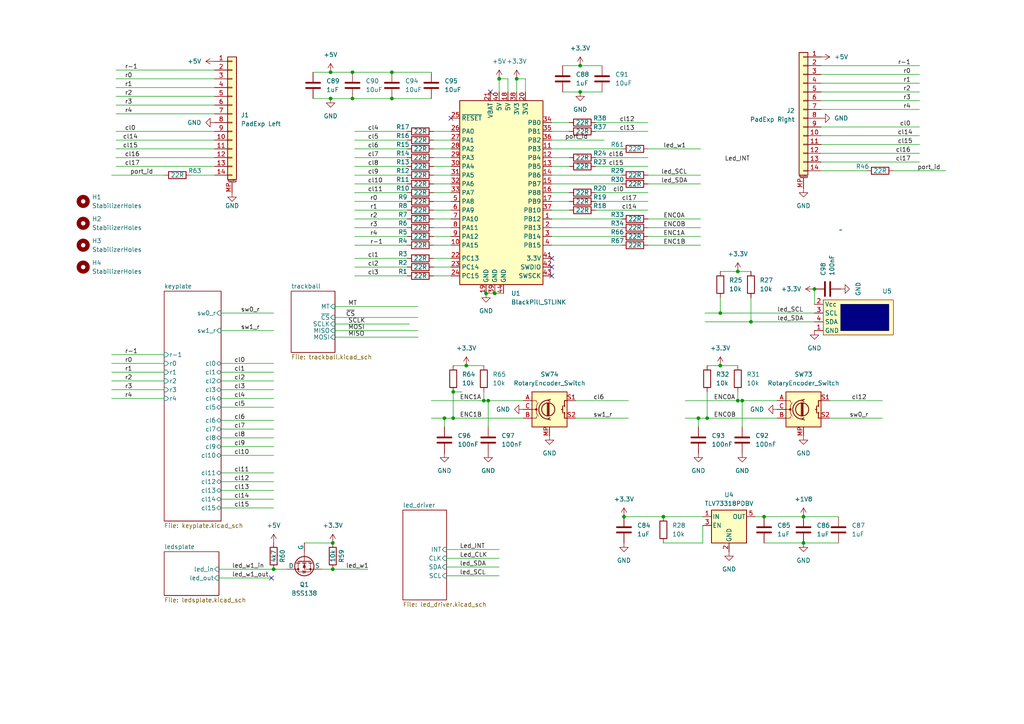
<source format=kicad_sch>
(kicad_sch (version 20230121) (generator eeschema)
  (paper "A4")
  (title_block (date "2023-08-15") (rev "0") (company "IsoKey - asterix24@gmail.com"))
  (lib_symbols
    (symbol "Connector_Generic_MountingPin:Conn_01x14_MountingPin" (pin_names (offset 1.016) hide)
      (property "Reference" "J" (at 0 17.78 0))
      (property "Value" "Conn_01x14_MountingPin" (at 1.27 -20.32 0))
      (symbol "Conn_01x14_MountingPin_1_1"
        (text "Mounting" (at 0 -19.431 0) (effects (font (size 0.381 0.381))))
        (pin passive line (at -5.08 15.24 0) (length 3.81) (name "Pin_1") (number "1"))
        (pin passive line (at -5.08 -7.62 0) (length 3.81) (name "Pin_10") (number "10"))
        (pin passive line (at -5.08 -10.16 0) (length 3.81) (name "Pin_11") (number "11"))
        (pin passive line (at -5.08 -12.7 0) (length 3.81) (name "Pin_12") (number "12"))
        (pin passive line (at -5.08 -15.24 0) (length 3.81) (name "Pin_13") (number "13"))
        (pin passive line (at -5.08 -17.78 0) (length 3.81) (name "Pin_14") (number "14"))
        (pin passive line (at -5.08 12.7 0) (length 3.81) (name "Pin_2") (number "2"))
        (pin passive line (at -5.08 10.16 0) (length 3.81) (name "Pin_3") (number "3"))
        (pin passive line (at -5.08 7.62 0) (length 3.81) (name "Pin_4") (number "4"))
        (pin passive line (at -5.08 5.08 0) (length 3.81) (name "Pin_5") (number "5"))
        (pin passive line (at -5.08 2.54 0) (length 3.81) (name "Pin_6") (number "6"))
        (pin passive line (at -5.08 0 0) (length 3.81) (name "Pin_7") (number "7"))
        (pin passive line (at -5.08 -2.54 0) (length 3.81) (name "Pin_8") (number "8"))
        (pin passive line (at -5.08 -5.08 0) (length 3.81) (name "Pin_9") (number "9"))
        (pin passive line (at 0 -22.86 90) (length 3.048) (name "MountPin") (number "MP"))
      )
    )
    (symbol "Device:C" (pin_numbers hide) (pin_names (offset 0.254))
      (property "Reference" "C" (at 0.635 2.54 0))
      (property "Value" "C" (at 0.635 -2.54 0))
      (symbol "C_1_1"
        (pin passive line (at 0 3.81 270) (length 2.794) (name "~") (number "1"))
        (pin passive line (at 0 -3.81 90) (length 2.794) (name "~") (number "2"))
      )
    )
    (symbol "Device:R" (pin_numbers hide) (pin_names (offset 0))
      (property "Reference" "R" (at 2.032 0 90))
      (property "Value" "R" (at 0 0 90))
      (symbol "R_1_1"
        (pin passive line (at 0 3.81 270) (length 1.27) (name "~") (number "1"))
        (pin passive line (at 0 -3.81 90) (length 1.27) (name "~") (number "2"))
      )
    )
    (symbol "Device:RotaryEncoder_Switch" (pin_names (offset 0.254) hide)
      (property "Reference" "SW" (at 0 6.604 0))
      (property "Value" "RotaryEncoder_Switch" (at 3.81 8.89 0))
      (symbol "RotaryEncoder_Switch_1_1"
        (pin passive line (at -7.62 2.54 0) (length 2.54) (name "A") (number "A"))
        (pin passive line (at -7.62 -2.54 0) (length 2.54) (name "B") (number "B"))
        (pin passive line (at -7.62 0 0) (length 2.54) (name "C") (number "C"))
        (pin passive line (at 0 -7.62 90) (length 2.54) (name "MP") (number "MP"))
        (pin passive line (at 7.62 2.54 180) (length 2.54) (name "S1") (number "S1"))
        (pin passive line (at 7.62 -2.54 180) (length 2.54) (name "S2") (number "S2"))
      )
    )
    (symbol "Display_Graphic:OLED_Display_128x32_SSD1306_i2c"
      (property "Reference" "U" (at -10.16 6.35 0))
      (symbol "OLED_Display_128x32_SSD1306_i2c_1_1"
        (pin input line (at -12.7 -3.81 0) (length 2.54) (name "GND") (number "1"))
        (pin input line (at -12.7 3.81 0) (length 2.54) (name "Vcc") (number "2"))
        (pin input line (at -12.7 1.27 0) (length 2.54) (name "SCL") (number "3"))
        (pin input line (at -12.7 -1.27 0) (length 2.54) (name "SDA") (number "4"))
      )
    )
    (symbol "Mechanical:MountingHole" (pin_names (offset 1.016))
      (property "Reference" "H" (at 0 5.08 0))
      (property "Value" "MountingHole" (at 0 3.175 0))
    )
    (symbol "Regulator_Linear:TLV73318PDBV" (pin_names (offset 0.254))
      (property "Reference" "U" (at -3.81 5.715 0))
      (property "Value" "TLV73318PDBV" (at 0 5.715 0))
      (symbol "TLV73318PDBV_1_1"
        (pin power_in line (at -7.62 2.54 0) (length 2.54) (name "IN") (number "1"))
        (pin power_in line (at 0 -7.62 90) (length 2.54) (name "GND") (number "2"))
        (pin input line (at -7.62 0 0) (length 2.54) (name "EN") (number "3"))
        (pin no_connect line (at 5.08 0 180) (length 2.54) hide (name "NC") (number "4"))
        (pin power_out line (at 7.62 2.54 180) (length 2.54) (name "OUT") (number "5"))
      )
    )
    (symbol "Simulation_SPICE:NMOS" (pin_numbers hide) (pin_names (offset 0))
      (property "Reference" "Q" (at 5.08 1.27 0))
      (property "Value" "NMOS" (at 5.08 -1.27 0))
      (symbol "NMOS_1_1"
        (pin passive line (at 2.54 5.08 270) (length 2.54) (name "D") (number "1"))
        (pin input line (at -5.08 0 0) (length 2.54) (name "G") (number "2"))
        (pin passive line (at 2.54 -5.08 90) (length 2.54) (name "S") (number "3"))
      )
    )
    (symbol "blackpill_stlink:BlackPill_STLINK"
      (property "Reference" "U6" (at 4.5594 -27.5495 0))
      (property "Value" "BlackPill_STLINK" (at 4.5594 -30.3246 0))
      (symbol "BlackPill_STLINK_1_1"
        (pin bidirectional line (at 16.51 -6.35 180) (length 2.54) (name "PB12") (number "1"))
        (pin bidirectional line (at -12.7 -13.97 0) (length 2.54) (name "PA15") (number "10"))
        (pin bidirectional line (at 16.51 13.97 180) (length 2.54) (name "PB3") (number "11"))
        (pin bidirectional line (at 16.51 11.43 180) (length 2.54) (name "PB4") (number "12"))
        (pin bidirectional line (at 16.51 8.89 180) (length 2.54) (name "PB5") (number "13"))
        (pin bidirectional line (at 16.51 6.35 180) (length 2.54) (name "PB6") (number "14"))
        (pin bidirectional line (at 16.51 3.81 180) (length 2.54) (name "PB7") (number "15"))
        (pin bidirectional line (at 16.51 1.27 180) (length 2.54) (name "PB8") (number "16"))
        (pin bidirectional line (at 16.51 -1.27 180) (length 2.54) (name "PB9") (number "17"))
        (pin power_in line (at 3.81 30.48 270) (length 2.54) (name "5V") (number "18"))
        (pin power_in line (at -2.54 -27.94 90) (length 2.54) (name "GND") (number "19"))
        (pin bidirectional line (at 16.51 -8.89 180) (length 2.54) (name "PB13") (number "2"))
        (pin power_out line (at 8.89 30.48 270) (length 2.54) (name "3V3") (number "20"))
        (pin power_in line (at -1.27 30.48 270) (length 2.54) (name "VBAT") (number "21"))
        (pin bidirectional line (at -12.7 -17.78 0) (length 2.54) (name "PC13") (number "22"))
        (pin bidirectional line (at -12.7 -20.32 0) (length 2.54) (name "PC14") (number "23"))
        (pin bidirectional line (at -12.7 -22.86 0) (length 2.54) (name "PC15") (number "24"))
        (pin input line (at -12.7 22.86 0) (length 2.54) (name "~{RESET}") (number "25"))
        (pin bidirectional line (at -12.7 19.05 0) (length 2.54) (name "PA0") (number "26"))
        (pin bidirectional line (at -12.7 16.51 0) (length 2.54) (name "PA1") (number "27"))
        (pin bidirectional line (at -12.7 13.97 0) (length 2.54) (name "PA2") (number "28"))
        (pin bidirectional line (at -12.7 11.43 0) (length 2.54) (name "PA3") (number "29"))
        (pin bidirectional line (at 16.51 -11.43 180) (length 2.54) (name "PB14") (number "3"))
        (pin bidirectional line (at -12.7 8.89 0) (length 2.54) (name "PA4") (number "30"))
        (pin bidirectional line (at -12.7 6.35 0) (length 2.54) (name "PA5") (number "31"))
        (pin bidirectional line (at -12.7 3.81 0) (length 2.54) (name "PA6") (number "32"))
        (pin bidirectional line (at -12.7 1.27 0) (length 2.54) (name "PA7") (number "33"))
        (pin bidirectional line (at 16.51 21.59 180) (length 2.54) (name "PB0") (number "34"))
        (pin bidirectional line (at 16.51 19.05 180) (length 2.54) (name "PB1") (number "35"))
        (pin bidirectional line (at 16.51 16.51 180) (length 2.54) (name "PB2") (number "36"))
        (pin bidirectional line (at 16.51 -3.81 180) (length 2.54) (name "PB10") (number "37"))
        (pin power_out line (at 6.35 30.48 270) (length 2.54) (name "3V3") (number "38"))
        (pin power_in line (at 0 -27.94 90) (length 2.54) (name "GND") (number "39"))
        (pin bidirectional line (at 16.51 -13.97 180) (length 2.54) (name "PB15") (number "4"))
        (pin passive line (at 1.27 30.48 270) (length 2.54) (name "5V") (number "40"))
        (pin power_out line (at 16.51 -17.78 180) (length 2.54) (name "3.3V") (number "41"))
        (pin bidirectional line (at 16.51 -20.32 180) (length 2.54) (name "SWDIO") (number "42"))
        (pin bidirectional line (at 16.51 -22.86 180) (length 2.54) (name "SWSCK") (number "43"))
        (pin power_in line (at 2.54 -27.94 90) (length 2.54) (name "GND") (number "44"))
        (pin bidirectional line (at -12.7 -1.27 0) (length 2.54) (name "PA8") (number "5"))
        (pin bidirectional line (at -12.7 -3.81 0) (length 2.54) (name "PA9") (number "6"))
        (pin bidirectional line (at -12.7 -6.35 0) (length 2.54) (name "PA10") (number "7"))
        (pin bidirectional line (at -12.7 -8.89 0) (length 2.54) (name "PA11") (number "8"))
        (pin bidirectional line (at -12.7 -11.43 0) (length 2.54) (name "PA12") (number "9"))
      )
    )
    (symbol "power:+1V8" (power) (pin_names (offset 0))
      (property "Value" "+1V8" (at 0 3.556 0))
      (symbol "+1V8_1_1"
        (pin power_in line (at 0 0 90) (length 0) hide (name "+1V8") (number "1"))
      )
    )
    (symbol "power:+3.3V" (power) (pin_names (offset 0))
      (property "Value" "+3.3V" (at 0 3.556 0))
      (symbol "+3.3V_1_1"
        (pin power_in line (at 0 0 90) (length 0) hide (name "+3.3V") (number "1"))
      )
    )
    (symbol "power:+5V" (power) (pin_names (offset 0))
      (property "Value" "+5V" (at 0 3.556 0))
      (symbol "+5V_1_1"
        (pin power_in line (at 0 0 90) (length 0) hide (name "+5V") (number "1"))
      )
    )
    (symbol "power:GND" (power) (pin_names (offset 0))
      (property "Value" "GND" (at 0 -3.81 0))
      (symbol "GND_1_1"
        (pin power_in line (at 0 0 270) (length 0) hide (name "GND") (number "1"))
      )
    )
  )
  (junction (at 202.565 121.285))
  (junction (at 208.915 90.805))
  (junction (at 96.52 165.1))
  (junction (at 236.22 83.82))
  (junction (at 128.905 121.285))
  (junction (at 131.445 113.665))
  (junction (at 144.78 22.86))
  (junction (at 131.445 121.285))
  (junction (at 180.975 149.86))
  (junction (at 96.52 157.48))
  (junction (at 140.97 85.09))
  (junction (at 143.51 85.09))
  (junction (at 233.045 157.48))
  (junction (at 217.805 93.345))
  (junction (at 168.275 19.05))
  (junction (at 113.665 28.575))
  (junction (at 205.105 121.285))
  (junction (at 140.335 116.205))
  (junction (at 95.885 20.955))
  (junction (at 113.665 20.955))
  (junction (at 102.235 28.575))
  (junction (at 79.375 165.1))
  (junction (at 141.605 116.205))
  (junction (at 192.405 149.86))
  (junction (at 213.995 116.205))
  (junction (at 215.265 116.205))
  (junction (at 95.885 28.575))
  (junction (at 213.995 78.74))
  (junction (at 149.86 22.86))
  (junction (at 168.275 26.67))
  (junction (at 221.615 149.86))
  (junction (at 135.255 106.045))
  (junction (at 102.235 20.955))
  (junction (at 208.915 106.045))
  (junction (at 233.045 149.86))
  (no_connect (at 160.02 80.01))
  (no_connect (at 160.02 74.93))
  (no_connect (at 142.24 26.67))
  (no_connect (at 78.74 167.64))
  (no_connect (at 160.02 77.47))
  (no_connect (at 130.81 34.29))
  (wire (pts (xy 172.72 45.72) (xy 187.96 45.72)))
  (wire (pts (xy 215.265 116.205) (xy 225.425 116.205)))
  (wire (pts (xy 64.135 139.7) (xy 79.375 139.7)))
  (wire (pts (xy 160.02 43.18) (xy 180.34 43.18)))
  (wire (pts (xy 141.605 116.205) (xy 141.605 123.825)))
  (wire (pts (xy 125.73 74.93) (xy 130.81 74.93)))
  (wire (pts (xy 128.905 121.285) (xy 131.445 121.285)))
  (wire (pts (xy 64.135 110.49) (xy 79.375 110.49)))
  (wire (pts (xy 102.87 40.64) (xy 118.11 40.64)))
  (wire (pts (xy 160.02 68.58) (xy 180.34 68.58)))
  (wire (pts (xy 64.135 95.885) (xy 79.375 95.885)))
  (wire (pts (xy 102.87 43.18) (xy 118.11 43.18)))
  (wire (pts (xy 238.125 39.37) (xy 266.7 39.37)))
  (wire (pts (xy 125.095 116.205) (xy 140.335 116.205)))
  (wire (pts (xy 55.245 50.8) (xy 62.23 50.8)))
  (wire (pts (xy 33.655 27.94) (xy 62.23 27.94)))
  (wire (pts (xy 238.125 24.13) (xy 266.7 24.13)))
  (wire (pts (xy 64.135 105.41) (xy 79.375 105.41)))
  (wire (pts (xy 187.96 53.34) (xy 203.2 53.34)))
  (wire (pts (xy 160.02 66.04) (xy 180.34 66.04)))
  (wire (pts (xy 125.73 48.26) (xy 130.81 48.26)))
  (wire (pts (xy 97.155 95.885) (xy 121.285 95.885)))
  (wire (pts (xy 172.72 48.26) (xy 187.96 48.26)))
  (wire (pts (xy 32.385 107.95) (xy 47.625 107.95)))
  (wire (pts (xy 144.78 26.67) (xy 144.78 22.86)))
  (wire (pts (xy 102.87 71.12) (xy 118.11 71.12)))
  (wire (pts (xy 198.755 121.285) (xy 202.565 121.285)))
  (wire (pts (xy 33.655 48.26) (xy 62.23 48.26)))
  (wire (pts (xy 33.655 20.32) (xy 62.23 20.32)))
  (wire (pts (xy 187.96 50.8) (xy 203.2 50.8)))
  (wire (pts (xy 131.445 106.045) (xy 135.255 106.045)))
  (wire (pts (xy 97.155 97.79) (xy 121.285 97.79)))
  (wire (pts (xy 125.73 71.12) (xy 130.81 71.12)))
  (wire (pts (xy 102.87 80.01) (xy 118.11 80.01)))
  (wire (pts (xy 172.72 60.96) (xy 187.96 60.96)))
  (wire (pts (xy 172.72 58.42) (xy 187.96 58.42)))
  (wire (pts (xy 131.445 113.665) (xy 131.445 121.285)))
  (wire (pts (xy 97.155 93.98) (xy 118.745 93.98)))
  (wire (pts (xy 240.665 116.205) (xy 255.905 116.205)))
  (wire (pts (xy 168.275 26.67) (xy 174.625 26.67)))
  (wire (pts (xy 102.87 48.26) (xy 118.11 48.26)))
  (wire (pts (xy 102.235 20.955) (xy 113.665 20.955)))
  (wire (pts (xy 64.135 144.78) (xy 79.375 144.78)))
  (wire (pts (xy 238.125 21.59) (xy 266.7 21.59)))
  (wire (pts (xy 63.5 167.64) (xy 78.74 167.64)))
  (wire (pts (xy 97.155 88.9) (xy 121.285 88.9)))
  (wire (pts (xy 274.32 49.53) (xy 259.08 49.53)))
  (wire (pts (xy 165.1 60.96) (xy 160.02 60.96)))
  (wire (pts (xy 63.5 165.1) (xy 79.375 165.1)))
  (wire (pts (xy 96.52 165.1) (xy 93.345 165.1)))
  (wire (pts (xy 149.86 22.86) (xy 149.86 26.67)))
  (wire (pts (xy 129.54 167.005) (xy 144.78 167.005)))
  (wire (pts (xy 208.915 106.045) (xy 213.995 106.045)))
  (wire (pts (xy 240.665 121.285) (xy 255.905 121.285)))
  (wire (pts (xy 160.02 71.12) (xy 180.34 71.12)))
  (wire (pts (xy 167.005 116.205) (xy 182.245 116.205)))
  (wire (pts (xy 160.02 40.64) (xy 175.26 40.64)))
  (wire (pts (xy 180.975 149.86) (xy 192.405 149.86)))
  (wire (pts (xy 172.72 35.56) (xy 187.96 35.56)))
  (wire (pts (xy 33.655 40.64) (xy 62.23 40.64)))
  (wire (pts (xy 205.105 121.285) (xy 225.425 121.285)))
  (wire (pts (xy 33.655 33.02) (xy 62.23 33.02)))
  (wire (pts (xy 96.52 157.48) (xy 88.265 157.48)))
  (wire (pts (xy 83.185 165.1) (xy 79.375 165.1)))
  (wire (pts (xy 208.915 86.36) (xy 208.915 90.805)))
  (wire (pts (xy 102.87 50.8) (xy 118.11 50.8)))
  (wire (pts (xy 125.73 45.72) (xy 130.81 45.72)))
  (wire (pts (xy 102.235 28.575) (xy 113.665 28.575)))
  (wire (pts (xy 238.125 19.05) (xy 266.7 19.05)))
  (wire (pts (xy 217.805 93.345) (xy 236.22 93.345)))
  (wire (pts (xy 165.1 55.88) (xy 160.02 55.88)))
  (wire (pts (xy 238.125 29.21) (xy 266.7 29.21)))
  (wire (pts (xy 125.73 40.64) (xy 130.81 40.64)))
  (wire (pts (xy 135.255 106.045) (xy 140.335 106.045)))
  (wire (pts (xy 102.87 60.96) (xy 118.11 60.96)))
  (wire (pts (xy 102.87 74.93) (xy 118.11 74.93)))
  (wire (pts (xy 33.655 45.72) (xy 62.23 45.72)))
  (wire (pts (xy 213.995 113.665) (xy 213.995 116.205)))
  (wire (pts (xy 217.805 86.36) (xy 217.805 93.345)))
  (wire (pts (xy 238.125 49.53) (xy 251.46 49.53)))
  (wire (pts (xy 90.805 20.955) (xy 95.885 20.955)))
  (wire (pts (xy 33.655 38.1) (xy 62.23 38.1)))
  (wire (pts (xy 147.32 22.86) (xy 147.32 26.67)))
  (wire (pts (xy 125.095 121.285) (xy 128.905 121.285)))
  (wire (pts (xy 221.615 157.48) (xy 233.045 157.48)))
  (wire (pts (xy 140.335 113.665) (xy 140.335 116.205)))
  (wire (pts (xy 204.47 90.805) (xy 208.915 90.805)))
  (wire (pts (xy 64.135 129.54) (xy 79.375 129.54)))
  (wire (pts (xy 187.96 43.18) (xy 203.2 43.18)))
  (wire (pts (xy 125.73 53.34) (xy 130.81 53.34)))
  (wire (pts (xy 125.73 66.04) (xy 130.81 66.04)))
  (wire (pts (xy 238.125 46.99) (xy 266.7 46.99)))
  (wire (pts (xy 238.125 44.45) (xy 266.7 44.45)))
  (wire (pts (xy 64.135 113.03) (xy 79.375 113.03)))
  (wire (pts (xy 33.655 25.4) (xy 62.23 25.4)))
  (wire (pts (xy 129.54 159.385) (xy 144.78 159.385)))
  (wire (pts (xy 141.605 116.205) (xy 151.765 116.205)))
  (wire (pts (xy 102.87 53.34) (xy 118.11 53.34)))
  (wire (pts (xy 32.385 115.57) (xy 47.625 115.57)))
  (wire (pts (xy 64.135 118.11) (xy 79.375 118.11)))
  (wire (pts (xy 152.4 22.86) (xy 152.4 26.67)))
  (wire (pts (xy 203.835 152.4) (xy 203.835 157.48)))
  (wire (pts (xy 160.02 63.5) (xy 180.34 63.5)))
  (wire (pts (xy 172.72 38.1) (xy 187.96 38.1)))
  (wire (pts (xy 32.385 50.8) (xy 47.625 50.8)))
  (wire (pts (xy 163.195 26.67) (xy 168.275 26.67)))
  (wire (pts (xy 165.1 45.72) (xy 160.02 45.72)))
  (wire (pts (xy 95.885 28.575) (xy 102.235 28.575)))
  (wire (pts (xy 33.655 30.48) (xy 62.23 30.48)))
  (wire (pts (xy 204.47 93.345) (xy 217.805 93.345)))
  (wire (pts (xy 90.805 28.575) (xy 95.885 28.575)))
  (wire (pts (xy 125.73 55.88) (xy 130.81 55.88)))
  (wire (pts (xy 32.385 110.49) (xy 47.625 110.49)))
  (wire (pts (xy 125.73 77.47) (xy 130.81 77.47)))
  (wire (pts (xy 102.87 77.47) (xy 118.11 77.47)))
  (wire (pts (xy 140.97 85.09) (xy 143.51 85.09)))
  (wire (pts (xy 198.755 116.205) (xy 213.995 116.205)))
  (wire (pts (xy 140.335 116.205) (xy 141.605 116.205)))
  (wire (pts (xy 213.995 78.74) (xy 217.805 78.74)))
  (wire (pts (xy 187.96 63.5) (xy 203.2 63.5)))
  (wire (pts (xy 219.075 149.86) (xy 221.615 149.86)))
  (wire (pts (xy 128.905 121.285) (xy 128.905 123.825)))
  (wire (pts (xy 125.73 43.18) (xy 130.81 43.18)))
  (wire (pts (xy 238.125 31.75) (xy 266.7 31.75)))
  (wire (pts (xy 165.1 48.26) (xy 160.02 48.26)))
  (wire (pts (xy 102.87 68.58) (xy 118.11 68.58)))
  (wire (pts (xy 125.73 60.96) (xy 130.81 60.96)))
  (wire (pts (xy 95.885 20.955) (xy 102.235 20.955)))
  (wire (pts (xy 208.915 78.74) (xy 213.995 78.74)))
  (wire (pts (xy 32.385 102.87) (xy 47.625 102.87)))
  (wire (pts (xy 118.11 58.42) (xy 102.87 58.42)))
  (wire (pts (xy 129.54 161.925) (xy 144.78 161.925)))
  (wire (pts (xy 125.73 63.5) (xy 130.81 63.5)))
  (wire (pts (xy 187.96 68.58) (xy 203.2 68.58)))
  (wire (pts (xy 32.385 105.41) (xy 47.625 105.41)))
  (wire (pts (xy 165.1 58.42) (xy 160.02 58.42)))
  (wire (pts (xy 125.73 58.42) (xy 130.81 58.42)))
  (wire (pts (xy 113.665 20.955) (xy 125.095 20.955)))
  (wire (pts (xy 202.565 121.285) (xy 205.105 121.285)))
  (wire (pts (xy 238.125 26.67) (xy 266.7 26.67)))
  (wire (pts (xy 64.135 107.95) (xy 79.375 107.95)))
  (wire (pts (xy 205.105 113.665) (xy 205.105 121.285)))
  (wire (pts (xy 102.87 63.5) (xy 118.11 63.5)))
  (wire (pts (xy 64.135 137.16) (xy 79.375 137.16)))
  (wire (pts (xy 165.1 38.1) (xy 160.02 38.1)))
  (wire (pts (xy 203.835 157.48) (xy 192.405 157.48)))
  (wire (pts (xy 106.68 165.1) (xy 96.52 165.1)))
  (wire (pts (xy 167.005 121.285) (xy 182.245 121.285)))
  (wire (pts (xy 149.86 22.86) (xy 152.4 22.86)))
  (wire (pts (xy 168.275 19.05) (xy 174.625 19.05)))
  (wire (pts (xy 192.405 149.86) (xy 203.835 149.86)))
  (wire (pts (xy 143.51 85.09) (xy 146.05 85.09)))
  (wire (pts (xy 64.135 147.32) (xy 79.375 147.32)))
  (wire (pts (xy 33.655 43.18) (xy 62.23 43.18)))
  (wire (pts (xy 187.96 66.04) (xy 203.2 66.04)))
  (wire (pts (xy 163.195 19.05) (xy 168.275 19.05)))
  (wire (pts (xy 131.445 113.665) (xy 133.985 113.665)))
  (wire (pts (xy 131.445 121.285) (xy 151.765 121.285)))
  (wire (pts (xy 125.73 80.01) (xy 130.81 80.01)))
  (wire (pts (xy 125.73 68.58) (xy 130.81 68.58)))
  (wire (pts (xy 160.02 53.34) (xy 180.34 53.34)))
  (wire (pts (xy 144.78 22.86) (xy 147.32 22.86)))
  (wire (pts (xy 213.995 116.205) (xy 215.265 116.205)))
  (wire (pts (xy 64.135 90.805) (xy 79.375 90.805)))
  (wire (pts (xy 215.265 116.205) (xy 215.265 123.825)))
  (wire (pts (xy 125.73 50.8) (xy 130.81 50.8)))
  (wire (pts (xy 102.87 38.1) (xy 118.11 38.1)))
  (wire (pts (xy 32.385 113.03) (xy 47.625 113.03)))
  (wire (pts (xy 64.135 121.92) (xy 79.375 121.92)))
  (wire (pts (xy 208.915 90.805) (xy 236.22 90.805)))
  (wire (pts (xy 187.96 71.12) (xy 203.2 71.12)))
  (wire (pts (xy 64.135 115.57) (xy 79.375 115.57)))
  (wire (pts (xy 64.135 132.08) (xy 79.375 132.08)))
  (wire (pts (xy 125.73 38.1) (xy 130.81 38.1)))
  (wire (pts (xy 165.1 35.56) (xy 160.02 35.56)))
  (wire (pts (xy 236.22 83.82) (xy 236.22 88.265)))
  (wire (pts (xy 97.155 92.075) (xy 121.285 92.075)))
  (wire (pts (xy 233.045 149.86) (xy 243.205 149.86)))
  (wire (pts (xy 113.665 28.575) (xy 125.095 28.575)))
  (wire (pts (xy 64.135 127) (xy 79.375 127)))
  (wire (pts (xy 160.02 50.8) (xy 180.34 50.8)))
  (wire (pts (xy 238.125 41.91) (xy 266.7 41.91)))
  (wire (pts (xy 221.615 149.86) (xy 233.045 149.86)))
  (wire (pts (xy 64.135 142.24) (xy 79.375 142.24)))
  (wire (pts (xy 238.125 36.83) (xy 266.7 36.83)))
  (wire (pts (xy 233.045 157.48) (xy 243.205 157.48)))
  (wire (pts (xy 64.135 124.46) (xy 79.375 124.46)))
  (wire (pts (xy 205.105 106.045) (xy 208.915 106.045)))
  (wire (pts (xy 33.655 22.86) (xy 62.23 22.86)))
  (wire (pts (xy 202.565 121.285) (xy 202.565 123.825)))
  (wire (pts (xy 102.87 66.04) (xy 118.11 66.04)))
  (wire (pts (xy 102.87 45.72) (xy 118.11 45.72)))
  (wire (pts (xy 129.54 164.465) (xy 144.78 164.465)))
  (wire (pts (xy 172.72 55.88) (xy 187.96 55.88)))
  (wire (pts (xy 102.87 55.88) (xy 118.11 55.88)))
  (label "cl12" (at 247.015 116.205 0))
  (label "MISO" (at 100.965 97.79 0))
  (label "r1" (at 36.195 107.95 0))
  (label "cl16" (at 264.16 44.45 180))
  (label "cl16" (at 36.195 45.72 0))
  (label "cl13" (at 67.945 142.24 0))
  (label "ENC1A" (at 192.405 68.58 0))
  (label "cl12" (at 179.705 35.56 0))
  (label "r1" (at 264.16 24.13 180))
  (label "MT" (at 100.965 88.9 0))
  (label "cl16" (at 176.53 45.72 0))
  (label "ENC0B" (at 207.01 121.285 0))
  (label "r3" (at 264.16 29.21 180))
  (label "led_w1" (at 100.33 165.1 0))
  (label "led_w1" (at 192.405 43.18 0))
  (label "cl15" (at 40.005 43.18 180))
  (label "cl14" (at 180.34 60.96 0))
  (label "cl9" (at 67.945 129.54 0))
  (label "sw1_r" (at 172.085 121.285 0))
  (label "Led_INT" (at 133.35 159.385 0))
  (label "r0" (at 36.195 22.86 0))
  (label "cl14" (at 40.005 40.64 180))
  (label "r4" (at 264.16 31.75 180))
  (label "r0" (at 107.315 58.42 0))
  (label "port_id" (at 163.83 40.64 0))
  (label "cl5" (at 106.68 40.64 0))
  (label "cl15" (at 260.35 41.91 0))
  (label "r-1" (at 107.315 71.12 0))
  (label "cl12" (at 67.945 139.7 0))
  (label "cl14" (at 260.35 39.37 0))
  (label "cl1" (at 67.945 107.95 0))
  (label "sw0_r" (at 246.38 121.285 0))
  (label "cl10" (at 67.945 132.08 0))
  (label "cl4" (at 67.945 115.57 0))
  (label "cl17" (at 36.195 48.26 0))
  (label "ENC0B" (at 192.405 66.04 0))
  (label "r4" (at 36.195 33.02 0))
  (label "r1" (at 36.195 25.4 0))
  (label "cl0" (at 39.37 38.1 180))
  (label "r2" (at 36.195 27.94 0))
  (label "cl0" (at 177.8 55.88 0))
  (label "r3" (at 36.195 113.03 0))
  (label "cl8" (at 106.68 48.26 0))
  (label "led_SCL" (at 133.35 167.005 0))
  (label "cl6" (at 67.945 121.92 0))
  (label "port_id" (at 44.45 50.8 180))
  (label "r0" (at 264.16 21.59 180))
  (label "port_id" (at 266.065 49.53 0))
  (label "cl0" (at 260.985 36.83 0))
  (label "r-1" (at 36.195 20.32 0))
  (label "led_SDA" (at 225.425 93.345 0))
  (label "led_w1_in" (at 67.31 165.1 0))
  (label "ENC1A" (at 133.35 116.205 0))
  (label "cl5" (at 67.945 118.11 0))
  (label "r1" (at 107.315 60.96 0))
  (label "Led_INT" (at 210.185 46.99 0))
  (label "cl4" (at 106.68 38.1 0))
  (label "cl14" (at 67.945 144.78 0))
  (label "r3" (at 36.195 30.48 0))
  (label "Led_CLK" (at 133.35 161.925 0))
  (label "cl1" (at 106.68 74.93 0))
  (label "r3" (at 107.315 66.04 0))
  (label "cl15" (at 176.53 48.26 0))
  (label "SCLK" (at 100.965 93.98 0))
  (label "cl11" (at 106.68 55.88 0))
  (label "cl7" (at 106.68 45.72 0))
  (label "~{CS}" (at 100.33 92.075 0))
  (label "cl0" (at 67.945 105.41 0))
  (label "cl6" (at 172.085 116.205 0))
  (label "cl15" (at 67.945 147.32 0))
  (label "led_SCL" (at 225.425 90.805 0))
  (label "r2" (at 36.195 110.49 0))
  (label "led_w1_out" (at 67.31 167.64 0))
  (label "sw0_r" (at 69.85 90.805 0))
  (label "cl6" (at 106.68 43.18 0))
  (label "r4" (at 36.195 115.57 0))
  (label "cl3" (at 106.68 80.01 0))
  (label "r4" (at 107.315 68.58 0))
  (label "r2" (at 264.16 26.67 180))
  (label "ENC1B" (at 133.35 121.285 0))
  (label "r-1" (at 264.16 19.05 180))
  (label "r0" (at 36.195 105.41 0))
  (label "cl13" (at 179.705 38.1 0))
  (label "led_SDA" (at 191.77 53.34 0))
  (label "r2" (at 107.315 63.5 0))
  (label "cl17" (at 264.16 46.99 180))
  (label "led_SDA" (at 133.35 164.465 0))
  (label "led_SCL" (at 191.77 50.8 0))
  (label "cl2" (at 67.945 110.49 0))
  (label "cl11" (at 67.945 137.16 0))
  (label "ENC1B" (at 192.405 71.12 0))
  (label "cl8" (at 67.945 127 0))
  (label "cl10" (at 106.68 53.34 0))
  (label "cl7" (at 67.945 124.46 0))
  (label "cl17" (at 180.34 58.42 0))
  (label "cl9" (at 106.68 50.8 0))
  (label "MOSI" (at 100.965 95.885 0))
  (label "sw1_r" (at 69.85 95.885 0))
  (label "cl2" (at 106.68 77.47 0))
  (label "cl3" (at 67.945 113.03 0))
  (label "r-1" (at 36.195 102.87 0))
  (label "ENC0A" (at 192.405 63.5 0))
  (label "ENC0A" (at 207.01 116.205 0))
  (symbol (lib_id "Device:C") (at 125.095 24.765 0) (unit 1)
    (property "Reference" "C95" (at 128.905 23.495 0) (effects (justify left)))
    (property "Value" "10uF" (at 128.905 26.035 0) (effects (justify left)))
    (property "Footprint" "Capacitor_SMD:C_1206_3216Metric" (effects hide))
  )
  (symbol (lib_id "power:+3.3V") (at 135.255 106.045 0) (unit 1)
    (property "Reference" "#PWR0274" (effects hide))
    (property "Value" "+3.3V" (at 135.255 100.965 0))
  )
  (symbol (lib_id "Device:R") (at 121.92 77.47 90) (unit 1)
    (property "Reference" "R2" (at 116.84 76.2 90))
    (property "Value" "22R" (at 121.92 77.47 90))
    (property "Footprint" "Resistor_SMD:R_0603_1608Metric_Pad0.98x0.95mm_HandSolder" (effects hide))
  )
  (symbol (lib_id "Device:R") (at 168.91 48.26 270) (mirror x) (unit 1)
    (property "Reference" "R23" (at 173.99 46.99 90))
    (property "Value" "22R" (at 168.91 48.26 90))
    (property "Footprint" "Resistor_SMD:R_0603_1608Metric_Pad0.98x0.95mm_HandSolder" (effects hide))
  )
  (symbol (lib_id "power:+5V") (at 95.885 20.955 0) (unit 1)
    (property "Reference" "#PWR0265" (effects hide))
    (property "Value" "+5V" (at 95.885 15.875 0))
  )
  (symbol (lib_id "power:GND") (at 168.275 26.67 0) (unit 1)
    (property "Reference" "#PWR0263" (effects hide))
    (property "Value" "GND" (at 168.275 31.75 0))
  )
  (symbol (lib_id "power:GND") (at 233.045 157.48 0) (unit 1)
    (property "Reference" "#PWR0258" (effects hide))
    (property "Value" "GND" (at 233.045 162.56 0))
  )
  (symbol (lib_id "Device:R") (at 205.105 109.855 180) (unit 1)
    (property "Reference" "R32" (at 207.645 108.585 0) (effects (justify right)))
    (property "Value" "10k" (at 207.645 111.125 0) (effects (justify right)))
    (property "Footprint" "Resistor_SMD:R_0603_1608Metric_Pad0.98x0.95mm_HandSolder" (effects hide))
  )
  (symbol (lib_id "Device:R") (at 255.27 49.53 90) (unit 1)
    (property "Reference" "R46" (at 250.19 48.26 90))
    (property "Value" "22R" (at 255.27 49.53 90))
    (property "Footprint" "Resistor_SMD:R_0603_1608Metric_Pad0.98x0.95mm_HandSolder" (effects hide))
  )
  (symbol (lib_id "Device:R") (at 121.92 68.58 90) (unit 1)
    (property "Reference" "R5" (at 116.84 67.31 90))
    (property "Value" "22R" (at 121.92 68.58 90))
    (property "Footprint" "Resistor_SMD:R_0603_1608Metric_Pad0.98x0.95mm_HandSolder" (effects hide))
  )
  (symbol (lib_id "Device:R") (at 184.15 66.04 90) (unit 1)
    (property "Reference" "R34" (at 179.07 64.77 90))
    (property "Value" "22R" (at 184.15 66.04 90))
    (property "Footprint" "Resistor_SMD:R_0603_1608Metric_Pad0.98x0.95mm_HandSolder" (effects hide))
  )
  (symbol (lib_id "Device:R") (at 121.92 38.1 90) (unit 1)
    (property "Reference" "R17" (at 116.84 36.83 90))
    (property "Value" "22R" (at 121.92 38.1 90))
    (property "Footprint" "Resistor_SMD:R_0603_1608Metric_Pad0.98x0.95mm_HandSolder" (effects hide))
  )
  (symbol (lib_id "power:GND") (at 238.125 34.29 90) (unit 1)
    (property "Reference" "#PWR0226" (effects hide))
    (property "Value" "GND" (at 241.935 34.29 90) (effects (justify right)))
  )
  (symbol (lib_id "Device:R") (at 79.375 161.29 0) (mirror x) (unit 1)
    (property "Reference" "R60" (at 81.915 161.29 90))
    (property "Value" "4k7" (at 79.375 161.29 90))
    (property "Footprint" "Resistor_SMD:R_0603_1608Metric_Pad0.98x0.95mm_HandSolder" (effects hide))
  )
  (symbol (lib_id "power:GND") (at 233.045 54.61 0) (unit 1)
    (property "Reference" "#PWR0223" (effects hide))
    (property "Value" "GND" (at 233.045 59.69 0))
  )
  (symbol (lib_id "power:+3.3V") (at 236.22 83.82 90) (unit 1)
    (property "Reference" "#PWR0280" (effects hide))
    (property "Value" "+3.3V" (at 232.41 83.82 90) (effects (justify left)))
  )
  (symbol (lib_id "power:GND") (at 151.765 118.745 270) (unit 1)
    (property "Reference" "#PWR0275" (effects hide))
    (property "Value" "GND" (at 147.955 118.745 90) (effects (justify right)))
  )
  (symbol (lib_id "Device:R") (at 121.92 63.5 90) (unit 1)
    (property "Reference" "R7" (at 116.84 62.23 90))
    (property "Value" "22R" (at 121.92 63.5 90))
    (property "Footprint" "Resistor_SMD:R_0603_1608Metric_Pad0.98x0.95mm_HandSolder" (effects hide))
  )
  (symbol (lib_id "Mechanical:MountingHole") (at 24.13 71.12 0) (unit 1)
    (property "Reference" "H3" (at 26.67 69.85 0) (effects (justify left)))
    (property "Value" "StabilizerHoles" (at 26.67 72.39 0) (effects (justify left)))
    (property "Footprint" "Button_Switch_Keyboard:Stabilizer_MX_2u" (effects hide))
  )
  (symbol (lib_id "power:GND") (at 225.425 118.745 270) (unit 1)
    (property "Reference" "#PWR0266" (effects hide))
    (property "Value" "GND" (at 221.615 118.745 90) (effects (justify right)))
  )
  (symbol (lib_id "Regulator_Linear:TLV73318PDBV") (at 211.455 152.4 0) (unit 1)
    (property "Reference" "U4" (at 211.455 143.51 0))
    (property "Value" "TLV73318PDBV" (at 211.455 146.05 0))
    (property "Footprint" "Package_TO_SOT_SMD:SOT-23-5" (effects hide))
    (property "Datasheet" "http://www.ti.com/lit/ds/symlink/tlv733p.pdf" (effects hide))
  )
  (symbol (lib_id "power:+5V") (at 238.125 16.51 270) (unit 1)
    (property "Reference" "#PWR0227" (effects hide))
    (property "Value" "+5V" (at 241.935 16.51 90) (effects (justify left)))
  )
  (symbol (lib_id "power:+5V") (at 144.78 22.86 0) (unit 1)
    (property "Reference" "#PWR0261" (effects hide))
    (property "Value" "+5V" (at 144.78 17.78 0))
  )
  (symbol (lib_id "Device:R") (at 213.995 109.855 180) (unit 1)
    (property "Reference" "R31" (at 216.535 108.585 0) (effects (justify right)))
    (property "Value" "10k" (at 216.535 111.125 0) (effects (justify right)))
    (property "Footprint" "Resistor_SMD:R_0603_1608Metric_Pad0.98x0.95mm_HandSolder" (effects hide))
  )
  (symbol (lib_id "Device:C") (at 90.805 24.765 0) (unit 1)
    (property "Reference" "C89" (at 94.615 23.495 0) (effects (justify left)))
    (property "Value" "1uF" (at 94.615 26.035 0) (effects (justify left)))
    (property "Footprint" "Capacitor_SMD:C_0805_2012Metric" (effects hide))
  )
  (symbol (lib_id "power:GND") (at 140.97 85.09 0) (unit 1)
    (property "Reference" "#PWR0239" (effects hide))
    (property "Value" "GND" (at 140.97 90.17 0))
  )
  (symbol (lib_id "Device:R") (at 184.15 50.8 90) (unit 1)
    (property "Reference" "R29" (at 179.07 49.53 90))
    (property "Value" "22R" (at 184.15 50.8 90))
    (property "Footprint" "Resistor_SMD:R_0603_1608Metric_Pad0.98x0.95mm_HandSolder" (effects hide))
  )
  (symbol (lib_id "Device:R") (at 184.15 53.34 90) (unit 1)
    (property "Reference" "R30" (at 179.07 52.07 90))
    (property "Value" "22R" (at 184.15 53.34 90))
    (property "Footprint" "Resistor_SMD:R_0603_1608Metric_Pad0.98x0.95mm_HandSolder" (effects hide))
  )
  (symbol (lib_id "Device:C") (at 163.195 22.86 0) (unit 1)
    (property "Reference" "C88" (at 167.005 21.59 0) (effects (justify left)))
    (property "Value" "1uF" (at 167.005 24.13 0) (effects (justify left)))
    (property "Footprint" "Capacitor_SMD:C_0805_2012Metric" (effects hide))
  )
  (symbol (lib_id "Device:C") (at 102.235 24.765 0) (unit 1)
    (property "Reference" "C90" (at 106.045 23.495 0) (effects (justify left)))
    (property "Value" "10uF" (at 106.045 26.035 0) (effects (justify left)))
    (property "Footprint" "Capacitor_SMD:C_1206_3216Metric" (effects hide))
  )
  (symbol (lib_id "Device:R") (at 121.92 48.26 90) (unit 1)
    (property "Reference" "R13" (at 116.84 46.99 90))
    (property "Value" "22R" (at 121.92 48.26 90))
    (property "Footprint" "Resistor_SMD:R_0603_1608Metric_Pad0.98x0.95mm_HandSolder" (effects hide))
  )
  (symbol (lib_id "power:GND") (at 236.22 95.885 0) (unit 1)
    (property "Reference" "#PWR0278" (effects hide))
    (property "Value" "GND" (at 236.22 100.965 0))
  )
  (symbol (lib_id "power:GND") (at 215.265 131.445 0) (unit 1)
    (property "Reference" "#PWR0269" (effects hide))
    (property "Value" "GND" (at 215.265 136.525 0))
  )
  (symbol (lib_id "Device:R") (at 184.15 71.12 90) (unit 1)
    (property "Reference" "R67" (at 179.07 69.85 90))
    (property "Value" "22R" (at 184.15 71.12 90))
    (property "Footprint" "Resistor_SMD:R_0603_1608Metric_Pad0.98x0.95mm_HandSolder" (effects hide))
  )
  (symbol (lib_id "Device:C") (at 221.615 153.67 0) (unit 1)
    (property "Reference" "C85" (at 225.425 152.4 0) (effects (justify left)))
    (property "Value" "1uF" (at 225.425 154.94 0) (effects (justify left)))
    (property "Footprint" "Capacitor_SMD:C_0805_2012Metric" (effects hide))
  )
  (symbol (lib_id "Device:R") (at 121.92 53.34 90) (unit 1)
    (property "Reference" "R11" (at 116.84 52.07 90))
    (property "Value" "22R" (at 121.92 53.34 90))
    (property "Footprint" "Resistor_SMD:R_0603_1608Metric_Pad0.98x0.95mm_HandSolder" (effects hide))
  )
  (symbol (lib_id "Device:C") (at 240.03 83.82 90) (unit 1)
    (property "Reference" "C98" (at 238.76 80.01 0) (effects (justify left)))
    (property "Value" "100nF" (at 241.3 80.01 0) (effects (justify left)))
    (property "Footprint" "Capacitor_SMD:C_0603_1608Metric_Pad1.08x0.95mm_HandSolder" (effects hide))
  )
  (symbol (lib_id "Device:C") (at 233.045 153.67 0) (unit 1)
    (property "Reference" "C86" (at 236.855 152.4 0) (effects (justify left)))
    (property "Value" "1uF" (at 236.855 154.94 0) (effects (justify left)))
    (property "Footprint" "Capacitor_SMD:C_0805_2012Metric" (effects hide))
  )
  (symbol (lib_id "Mechanical:MountingHole") (at 24.13 64.77 0) (unit 1)
    (property "Reference" "H2" (at 26.67 63.5 0) (effects (justify left)))
    (property "Value" "StabilizerHoles" (at 26.67 66.04 0) (effects (justify left)))
    (property "Footprint" "Button_Switch_Keyboard:Stabilizer_MX_2u" (effects hide))
  )
  (symbol (lib_id "Device:R") (at 121.92 58.42 90) (unit 1)
    (property "Reference" "R9" (at 116.84 57.15 90))
    (property "Value" "22R" (at 121.92 58.42 90))
    (property "Footprint" "Resistor_SMD:R_0603_1608Metric_Pad0.98x0.95mm_HandSolder" (effects hide))
  )
  (symbol (lib_id "Device:RotaryEncoder_Switch") (at 233.045 118.745 0) (unit 1)
    (property "Reference" "SW73" (at 233.045 108.585 0))
    (property "Value" "RotaryEncoder_Switch" (at 233.045 111.125 0))
    (property "Footprint" "Rotary_Encoder:RotaryEncoder_Alps_EC12E-Switch_Vertical_H20mm_CircularMountingHoles" (effects hide))
  )
  (symbol (lib_id "power:+3.3V") (at 180.975 149.86 0) (unit 1)
    (property "Reference" "#PWR0255" (effects hide))
    (property "Value" "+3.3V" (at 180.975 144.78 0))
  )
  (symbol (lib_id "Device:R") (at 121.92 80.01 90) (unit 1)
    (property "Reference" "R1" (at 116.84 78.74 90))
    (property "Value" "22R" (at 121.92 80.01 90))
    (property "Footprint" "Resistor_SMD:R_0603_1608Metric_Pad0.98x0.95mm_HandSolder" (effects hide))
  )
  (symbol (lib_id "Device:C") (at 243.205 153.67 0) (unit 1)
    (property "Reference" "C87" (at 247.015 152.4 0) (effects (justify left)))
    (property "Value" "1uF" (at 247.015 154.94 0) (effects (justify left)))
    (property "Footprint" "Capacitor_SMD:C_0805_2012Metric" (effects hide))
  )
  (symbol (lib_id "Mechanical:MountingHole") (at 24.13 77.47 0) (unit 1)
    (property "Reference" "H4" (at 26.67 76.2 0) (effects (justify left)))
    (property "Value" "StabilizerHoles" (at 26.67 78.74 0) (effects (justify left)))
    (property "Footprint" "Button_Switch_Keyboard:Stabilizer_MX_2u" (effects hide))
  )
  (symbol (lib_id "Device:C") (at 141.605 127.635 0) (unit 1)
    (property "Reference" "C97" (at 145.415 126.365 0) (effects (justify left)))
    (property "Value" "100nF" (at 145.415 128.905 0) (effects (justify left)))
    (property "Footprint" "Capacitor_SMD:C_0603_1608Metric_Pad1.08x0.95mm_HandSolder" (effects hide))
  )
  (symbol (lib_id "power:GND") (at 67.31 55.88 0) (unit 1)
    (property "Reference" "#PWR0224" (effects hide))
    (property "Value" "GND" (at 67.31 59.69 0))
  )
  (symbol (lib_id "Device:R") (at 121.92 50.8 90) (unit 1)
    (property "Reference" "R12" (at 116.84 49.53 90))
    (property "Value" "22R" (at 121.92 50.8 90))
    (property "Footprint" "Resistor_SMD:R_0603_1608Metric_Pad0.98x0.95mm_HandSolder" (effects hide))
  )
  (symbol (lib_id "power:+3.3V") (at 149.86 22.86 0) (unit 1)
    (property "Reference" "#PWR0260" (effects hide))
    (property "Value" "+3.3V" (at 149.86 17.78 0))
  )
  (symbol (lib_id "power:+1V8") (at 233.045 149.86 0) (unit 1)
    (property "Reference" "#PWR0259" (effects hide))
    (property "Value" "+1V8" (at 233.045 144.78 0))
  )
  (symbol (lib_id "power:+3.3V") (at 168.275 19.05 0) (unit 1)
    (property "Reference" "#PWR0262" (effects hide))
    (property "Value" "+3.3V" (at 168.275 13.97 0))
  )
  (symbol (lib_id "Device:R") (at 184.15 43.18 90) (unit 1)
    (property "Reference" "R61" (at 179.07 41.91 90))
    (property "Value" "22R" (at 184.15 43.18 90))
    (property "Footprint" "Resistor_SMD:R_0603_1608Metric_Pad0.98x0.95mm_HandSolder" (effects hide))
  )
  (symbol (lib_id "Device:R") (at 121.92 66.04 90) (unit 1)
    (property "Reference" "R6" (at 116.84 64.77 90))
    (property "Value" "22R" (at 121.92 66.04 90))
    (property "Footprint" "Resistor_SMD:R_0603_1608Metric_Pad0.98x0.95mm_HandSolder" (effects hide))
  )
  (symbol (lib_id "Device:R") (at 208.915 82.55 0) (unit 1)
    (property "Reference" "R25" (at 211.455 81.28 0) (effects (justify left)))
    (property "Value" "10k" (at 211.455 83.82 0) (effects (justify left)))
    (property "Footprint" "Resistor_SMD:R_0603_1608Metric_Pad0.98x0.95mm_HandSolder" (effects hide))
  )
  (symbol (lib_id "Device:R") (at 96.52 161.29 0) (mirror x) (unit 1)
    (property "Reference" "R59" (at 99.06 161.29 90))
    (property "Value" "10k" (at 96.52 161.29 90))
    (property "Footprint" "Resistor_SMD:R_0603_1608Metric_Pad0.98x0.95mm_HandSolder" (effects hide))
  )
  (symbol (lib_id "power:GND") (at 95.885 28.575 0) (unit 1)
    (property "Reference" "#PWR0264" (effects hide))
    (property "Value" "GND" (at 95.885 33.655 0))
  )
  (symbol (lib_id "power:GND") (at 141.605 131.445 0) (unit 1)
    (property "Reference" "#PWR0277" (effects hide))
    (property "Value" "GND" (at 141.605 136.525 0))
  )
  (symbol (lib_id "Device:R") (at 168.91 60.96 270) (mirror x) (unit 1)
    (property "Reference" "R18" (at 173.99 59.69 90))
    (property "Value" "22R" (at 168.91 60.96 90))
    (property "Footprint" "Resistor_SMD:R_0603_1608Metric_Pad0.98x0.95mm_HandSolder" (effects hide))
  )
  (symbol (lib_id "power:GND") (at 159.385 126.365 0) (unit 1)
    (property "Reference" "#PWR0217" (effects hide))
    (property "Value" "GND" (at 159.385 131.445 0))
  )
  (symbol (lib_id "Connector_Generic_MountingPin:Conn_01x14_MountingPin") (at 67.31 33.02 0) (unit 1)
    (property "Reference" "J1" (at 69.85 33.3756 0) (effects (justify left)))
    (property "Value" "PadExp Left" (at 69.85 35.9156 0) (effects (justify left)))
    (property "Footprint" "Connector_JST:JST_GH_SM14B-GHS-TB_1x14-1MP_P1.25mm_Horizontal" (effects hide))
  )
  (symbol (lib_id "Device:RotaryEncoder_Switch") (at 159.385 118.745 0) (unit 1)
    (property "Reference" "SW74" (at 159.385 108.585 0))
    (property "Value" "RotaryEncoder_Switch" (at 159.385 111.125 0))
    (property "Footprint" "Rotary_Encoder:RotaryEncoder_Alps_EC12E-Switch_Vertical_H20mm_CircularMountingHoles" (effects hide))
  )
  (symbol (lib_id "power:GND") (at 211.455 160.02 0) (unit 1)
    (property "Reference" "#PWR0257" (effects hide))
    (property "Value" "GND" (at 211.455 165.1 0))
  )
  (symbol (lib_id "Display_Graphic:OLED_Display_128x32_SSD1306_i2c") (at 248.92 92.075 0) (unit 1)
    (property "Reference" "U5" (at 255.905 84.455 0) (effects (justify left)))
    (property "Value" "~" (at 243.84 66.675 0))
    (property "Footprint" "Display:OLED_Display_128x32_SSD1306_i2c" (effects hide))
  )
  (symbol (lib_id "power:+3.3V") (at 96.52 157.48 0) (mirror y) (unit 1)
    (property "Reference" "#PWR0272" (effects hide))
    (property "Value" "+3.3V" (at 96.52 152.4 0))
  )
  (symbol (lib_id "Device:R") (at 168.91 55.88 270) (mirror x) (unit 1)
    (property "Reference" "R20" (at 173.99 54.61 90))
    (property "Value" "22R" (at 168.91 55.88 90))
    (property "Footprint" "Resistor_SMD:R_0603_1608Metric_Pad0.98x0.95mm_HandSolder" (effects hide))
  )
  (symbol (lib_id "Device:R") (at 121.92 74.93 90) (unit 1)
    (property "Reference" "R3" (at 116.84 73.66 90))
    (property "Value" "22R" (at 121.92 74.93 90))
    (property "Footprint" "Resistor_SMD:R_0603_1608Metric_Pad0.98x0.95mm_HandSolder" (effects hide))
  )
  (symbol (lib_id "power:GND") (at 243.84 83.82 90) (unit 1)
    (property "Reference" "#PWR0279" (effects hide))
    (property "Value" "GND" (at 248.92 83.82 0))
  )
  (symbol (lib_id "power:+3.3V") (at 213.995 78.74 0) (unit 1)
    (property "Reference" "#PWR0183" (effects hide))
    (property "Value" "+3.3V" (at 213.995 73.66 0))
  )
  (symbol (lib_id "Device:C") (at 202.565 127.635 0) (unit 1)
    (property "Reference" "C93" (at 206.375 126.365 0) (effects (justify left)))
    (property "Value" "100nF" (at 206.375 128.905 0) (effects (justify left)))
    (property "Footprint" "Capacitor_SMD:C_0603_1608Metric_Pad1.08x0.95mm_HandSolder" (effects hide))
  )
  (symbol (lib_id "power:GND") (at 180.975 157.48 0) (unit 1)
    (property "Reference" "#PWR0256" (effects hide))
    (property "Value" "GND" (at 180.975 162.56 0))
  )
  (symbol (lib_id "Device:R") (at 140.335 109.855 180) (unit 1)
    (property "Reference" "R65" (at 142.875 108.585 0) (effects (justify right)))
    (property "Value" "10k" (at 142.875 111.125 0) (effects (justify right)))
    (property "Footprint" "Resistor_SMD:R_0603_1608Metric_Pad0.98x0.95mm_HandSolder" (effects hide))
  )
  (symbol (lib_id "Device:R") (at 168.91 38.1 270) (mirror x) (unit 1)
    (property "Reference" "R37" (at 173.99 36.83 90))
    (property "Value" "22R" (at 168.91 38.1 90))
    (property "Footprint" "Resistor_SMD:R_0603_1608Metric_Pad0.98x0.95mm_HandSolder" (effects hide))
  )
  (symbol (lib_id "Device:R") (at 121.92 71.12 90) (unit 1)
    (property "Reference" "R4" (at 116.84 69.85 90))
    (property "Value" "22R" (at 121.92 71.12 90))
    (property "Footprint" "Resistor_SMD:R_0603_1608Metric_Pad0.98x0.95mm_HandSolder" (effects hide))
  )
  (symbol (lib_id "Device:R") (at 121.92 55.88 90) (unit 1)
    (property "Reference" "R10" (at 116.84 54.61 90))
    (property "Value" "22R" (at 121.92 55.88 90))
    (property "Footprint" "Resistor_SMD:R_0603_1608Metric_Pad0.98x0.95mm_HandSolder" (effects hide))
  )
  (symbol (lib_id "power:GND") (at 128.905 131.445 0) (unit 1)
    (property "Reference" "#PWR0276" (effects hide))
    (property "Value" "GND" (at 128.905 136.525 0))
  )
  (symbol (lib_id "Device:R") (at 121.92 43.18 90) (unit 1)
    (property "Reference" "R15" (at 116.84 41.91 90))
    (property "Value" "22R" (at 121.92 43.18 90))
    (property "Footprint" "Resistor_SMD:R_0603_1608Metric_Pad0.98x0.95mm_HandSolder" (effects hide))
  )
  (symbol (lib_id "Connector_Generic_MountingPin:Conn_01x14_MountingPin") (at 233.045 31.75 0) (mirror y) (unit 1)
    (property "Reference" "J2" (at 230.505 32.1056 0) (effects (justify left)))
    (property "Value" "PadExp Right" (at 230.505 34.6456 0) (effects (justify left)))
    (property "Footprint" "Connector_JST:JST_GH_SM14B-GHS-TB_1x14-1MP_P1.25mm_Horizontal" (effects hide))
  )
  (symbol (lib_id "power:+5V") (at 79.375 157.48 0) (mirror y) (unit 1)
    (property "Reference" "#PWR0273" (effects hide))
    (property "Value" "+5V" (at 79.375 152.4 0))
  )
  (symbol (lib_id "Device:R") (at 121.92 40.64 90) (unit 1)
    (property "Reference" "R16" (at 116.84 39.37 90))
    (property "Value" "22R" (at 121.92 40.64 90))
    (property "Footprint" "Resistor_SMD:R_0603_1608Metric_Pad0.98x0.95mm_HandSolder" (effects hide))
  )
  (symbol (lib_id "blackpill_stlink:BlackPill_STLINK") (at 143.51 57.15 0) (unit 1)
    (property "Reference" "U1" (at 148.2441 85.09 0) (effects (justify left)))
    (property "Value" "BlackPill_STLINK" (at 148.2441 87.63 0) (effects (justify left)))
    (property "Footprint" "Module:BlackPill" (effects hide))
  )
  (symbol (lib_id "Device:C") (at 128.905 127.635 0) (unit 1)
    (property "Reference" "C96" (at 132.715 126.365 0) (effects (justify left)))
    (property "Value" "100nF" (at 132.715 128.905 0) (effects (justify left)))
    (property "Footprint" "Capacitor_SMD:C_0603_1608Metric_Pad1.08x0.95mm_HandSolder" (effects hide))
  )
  (symbol (lib_id "Device:R") (at 168.91 45.72 270) (mirror x) (unit 1)
    (property "Reference" "R24" (at 173.99 44.45 90))
    (property "Value" "22R" (at 168.91 45.72 90))
    (property "Footprint" "Resistor_SMD:R_0603_1608Metric_Pad0.98x0.95mm_HandSolder" (effects hide))
  )
  (symbol (lib_id "Device:C") (at 113.665 24.765 0) (unit 1)
    (property "Reference" "C94" (at 117.475 23.495 0) (effects (justify left)))
    (property "Value" "10uF" (at 117.475 26.035 0) (effects (justify left)))
    (property "Footprint" "Capacitor_SMD:C_1206_3216Metric" (effects hide))
  )
  (symbol (lib_id "Device:R") (at 168.91 58.42 270) (mirror x) (unit 1)
    (property "Reference" "R19" (at 173.99 57.15 90))
    (property "Value" "22R" (at 168.91 58.42 90))
    (property "Footprint" "Resistor_SMD:R_0603_1608Metric_Pad0.98x0.95mm_HandSolder" (effects hide))
  )
  (symbol (lib_id "Device:R") (at 121.92 45.72 90) (unit 1)
    (property "Reference" "R14" (at 116.84 44.45 90))
    (property "Value" "22R" (at 121.92 45.72 90))
    (property "Footprint" "Resistor_SMD:R_0603_1608Metric_Pad0.98x0.95mm_HandSolder" (effects hide))
  )
  (symbol (lib_id "Device:C") (at 215.265 127.635 0) (unit 1)
    (property "Reference" "C92" (at 219.075 126.365 0) (effects (justify left)))
    (property "Value" "100nF" (at 219.075 128.905 0) (effects (justify left)))
    (property "Footprint" "Capacitor_SMD:C_0603_1608Metric_Pad1.08x0.95mm_HandSolder" (effects hide))
  )
  (symbol (lib_id "power:+3.3V") (at 208.915 106.045 0) (unit 1)
    (property "Reference" "#PWR0267" (effects hide))
    (property "Value" "+3.3V" (at 208.915 100.965 0))
  )
  (symbol (lib_id "power:+5V") (at 62.23 17.78 90) (unit 1)
    (property "Reference" "#PWR0228" (effects hide))
    (property "Value" "+5V" (at 58.42 17.78 90) (effects (justify left)))
  )
  (symbol (lib_id "Simulation_SPICE:NMOS") (at 88.265 162.56 90) (mirror x) (unit 1)
    (property "Reference" "Q1" (at 88.265 169.545 90))
    (property "Value" "BSS138" (at 88.265 172.085 90))
    (property "Footprint" "Package_TO_SOT_SMD:SOT-23-3" (effects hide))
    (property "Datasheet" "https://ngspice.sourceforge.io/docs/ngspice-manual.pdf" (effects hide))
    (property "Sim.Device" "NMOS" (effects hide))
    (property "Sim.Type" "VDMOS" (effects hide))
    (property "Sim.Pins" "3=D 1=G 2=S" (effects hide))
  )
  (symbol (lib_id "Device:R") (at 192.405 153.67 180) (unit 1)
    (property "Reference" "R28" (at 194.945 152.4 0) (effects (justify right)))
    (property "Value" "10k" (at 194.945 154.94 0) (effects (justify right)))
    (property "Footprint" "Resistor_SMD:R_0603_1608Metric_Pad0.98x0.95mm_HandSolder" (effects hide))
  )
  (symbol (lib_id "Mechanical:MountingHole") (at 24.13 58.42 0) (unit 1)
    (property "Reference" "H1" (at 26.67 57.15 0) (effects (justify left)))
    (property "Value" "StabilizerHoles" (at 26.67 59.69 0) (effects (justify left)))
    (property "Footprint" "Button_Switch_Keyboard:Stabilizer_MX_2u" (effects hide))
  )
  (symbol (lib_id "power:GND") (at 202.565 131.445 0) (unit 1)
    (property "Reference" "#PWR0268" (effects hide))
    (property "Value" "GND" (at 202.565 136.525 0))
  )
  (symbol (lib_id "Device:C") (at 180.975 153.67 0) (unit 1)
    (property "Reference" "C84" (at 184.785 152.4 0) (effects (justify left)))
    (property "Value" "1uF" (at 184.785 154.94 0) (effects (justify left)))
    (property "Footprint" "Capacitor_SMD:C_0805_2012Metric" (effects hide))
  )
  (symbol (lib_id "Device:R") (at 217.805 82.55 0) (unit 1)
    (property "Reference" "R27" (at 220.345 81.28 0) (effects (justify left)))
    (property "Value" "10k" (at 220.345 83.82 0) (effects (justify left)))
    (property "Footprint" "Resistor_SMD:R_0603_1608Metric_Pad0.98x0.95mm_HandSolder" (effects hide))
  )
  (symbol (lib_id "Device:R") (at 168.91 35.56 270) (mirror x) (unit 1)
    (property "Reference" "R38" (at 173.99 34.29 90))
    (property "Value" "22R" (at 168.91 35.56 90))
    (property "Footprint" "Resistor_SMD:R_0603_1608Metric_Pad0.98x0.95mm_HandSolder" (effects hide))
  )
  (symbol (lib_id "Device:C") (at 174.625 22.86 0) (unit 1)
    (property "Reference" "C91" (at 178.435 21.59 0) (effects (justify left)))
    (property "Value" "10uF" (at 178.435 24.13 0) (effects (justify left)))
    (property "Footprint" "Capacitor_SMD:C_1206_3216Metric" (effects hide))
  )
  (symbol (lib_id "Device:R") (at 51.435 50.8 270) (mirror x) (unit 1)
    (property "Reference" "R63" (at 56.515 49.53 90))
    (property "Value" "22R" (at 51.435 50.8 90))
    (property "Footprint" "Resistor_SMD:R_0603_1608Metric_Pad0.98x0.95mm_HandSolder" (effects hide))
  )
  (symbol (lib_id "Device:R") (at 121.92 60.96 90) (unit 1)
    (property "Reference" "R8" (at 116.84 59.69 90))
    (property "Value" "22R" (at 121.92 60.96 90))
    (property "Footprint" "Resistor_SMD:R_0603_1608Metric_Pad0.98x0.95mm_HandSolder" (effects hide))
  )
  (symbol (lib_id "power:GND") (at 62.23 35.56 270) (unit 1)
    (property "Reference" "#PWR0225" (effects hide))
    (property "Value" "GND" (at 58.42 35.56 90) (effects (justify right)))
  )
  (symbol (lib_id "power:GND") (at 233.045 126.365 0) (unit 1)
    (property "Reference" "#PWR0221" (effects hide))
    (property "Value" "GND" (at 233.045 131.445 0))
  )
  (symbol (lib_id "Device:R") (at 184.15 68.58 90) (unit 1)
    (property "Reference" "R66" (at 179.07 67.31 90))
    (property "Value" "22R" (at 184.15 68.58 90))
    (property "Footprint" "Resistor_SMD:R_0603_1608Metric_Pad0.98x0.95mm_HandSolder" (effects hide))
  )
  (symbol (lib_id "Device:R") (at 131.445 109.855 180) (unit 1)
    (property "Reference" "R64" (at 133.985 108.585 0) (effects (justify right)))
    (property "Value" "10k" (at 133.985 111.125 0) (effects (justify right)))
    (property "Footprint" "Resistor_SMD:R_0603_1608Metric_Pad0.98x0.95mm_HandSolder" (effects hide))
  )
  (symbol (lib_id "Device:R") (at 184.15 63.5 90) (unit 1)
    (property "Reference" "R33" (at 179.07 62.23 90))
    (property "Value" "22R" (at 184.15 63.5 90))
    (property "Footprint" "Resistor_SMD:R_0603_1608Metric_Pad0.98x0.95mm_HandSolder" (effects hide))
  )
  (sheet (at 116.84 147.955) (size 12.7 26.035) (stroke (width 0.1524))
    (property "Sheetname" "led_driver" (at 116.84 147.2434 0) (effects (justify left bottom)))
    (property "Sheetfile" "led_driver.kicad_sch" (at 116.84 174.5746 0) (effects (justify left top)))
    (pin "INT" input (at 129.54 159.385 0))
    (pin "CLK" input (at 129.54 161.925 0))
    (pin "SDA" input (at 129.54 164.465 0))
    (pin "SCL" input (at 129.54 167.005 0))
  )
  (sheet (at 47.625 160.02) (size 15.875 12.7) (stroke (width 0.1524))
    (property "Sheetname" "ledsplate" (at 47.625 159.3084 0) (effects (justify left bottom)))
    (property "Sheetfile" "ledsplate.kicad_sch" (at 47.625 173.3046 0) (effects (justify left top)))
    (pin "led_in" input (at 63.5 165.1 0))
    (pin "led_out" input (at 63.5 167.64 0))
  )
  (sheet (at 84.455 84.455) (size 12.7 17.78) (stroke (width 0.1524))
    (property "Sheetname" "trackball" (at 84.455 83.7434 0) (effects (justify left bottom)))
    (property "Sheetfile" "trackball.kicad_sch" (at 84.455 102.8196 0) (effects (justify left top)))
    (pin "MT" input (at 97.155 88.9 0))
    (pin "~{CS}" input (at 97.155 92.075 0))
    (pin "SCLK" input (at 97.155 93.98 0))
    (pin "MISO" input (at 97.155 95.885 0))
    (pin "MOSI" input (at 97.155 97.79 0))
  )
  (sheet (at 47.625 84.455) (size 16.51 66.675) (stroke (width 0.1524))
    (property "Sheetname" "keyplate" (at 47.625 83.7434 0) (effects (justify left bottom)))
    (property "Sheetfile" "keyplate.kicad_sch" (at 47.625 151.7146 0) (effects (justify left top)))
    (pin "cl1" bidirectional (at 64.135 107.95 0))
    (pin "cl2" bidirectional (at 64.135 110.49 0))
    (pin "cl3" bidirectional (at 64.135 113.03 0))
    (pin "cl7" bidirectional (at 64.135 124.46 0))
    (pin "cl8" bidirectional (at 64.135 127 0))
    (pin "cl14" bidirectional (at 64.135 144.78 0))
    (pin "cl12" bidirectional (at 64.135 139.7 0))
    (pin "cl13" bidirectional (at 64.135 142.24 0))
    (pin "cl11" bidirectional (at 64.135 137.16 0))
    (pin "cl9" bidirectional (at 64.135 129.54 0))
    (pin "cl10" bidirectional (at 64.135 132.08 0))
    (pin "cl6" bidirectional (at 64.135 121.92 0))
    (pin "cl4" bidirectional (at 64.135 115.57 0))
    (pin "cl5" bidirectional (at 64.135 118.11 0))
    (pin "r4" input (at 47.625 115.57 180))
    (pin "r3" input (at 47.625 113.03 180))
    (pin "r0" input (at 47.625 105.41 180))
    (pin "cl0" bidirectional (at 64.135 105.41 0))
    (pin "r1" input (at 47.625 107.95 180))
    (pin "r2" input (at 47.625 110.49 180))
    (pin "r-1" input (at 47.625 102.87 180))
    (pin "cl15" bidirectional (at 64.135 147.32 0))
    (pin "sw0_r" input (at 64.135 90.805 0))
    (pin "sw1_r" input (at 64.135 95.885 0))
  )
)
</source>
